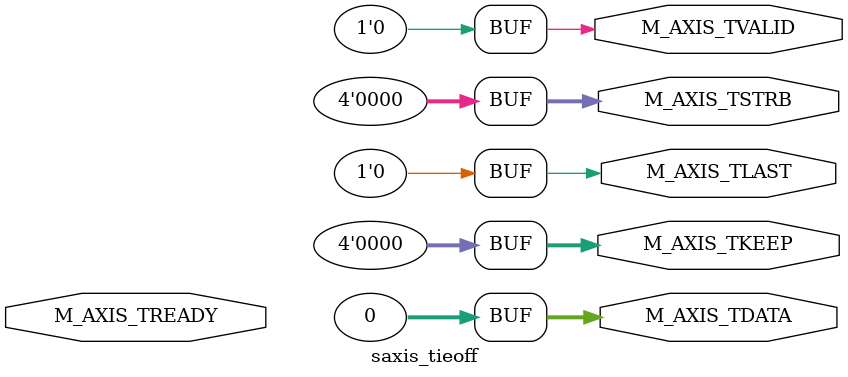
<source format=v>
`timescale 1ns / 1ps

module saxis_tieoff (
	    output [WIDTH-1:0] M_AXIS_TDATA,
	    output M_AXIS_TVALID,
	    input M_AXIS_TREADY,
	    output M_AXIS_TLAST,
            output [WIDTH/8-1:0] M_AXIS_TKEEP,
	    output [WIDTH/8-1:0] M_AXIS_TSTRB
	    );

   parameter WIDTH=32;   

   assign M_AXIS_TDATA = {WIDTH{1'b0}};
   assign M_AXIS_TVALID = 0;
   assign M_AXIS_TLAST = 0;
   assign M_AXIS_TKEEP = {WIDTH/8{1'b0}};
   assign M_AXIS_TSTRB = {WIDTH/8{1'b0}};
  
endmodule



</source>
